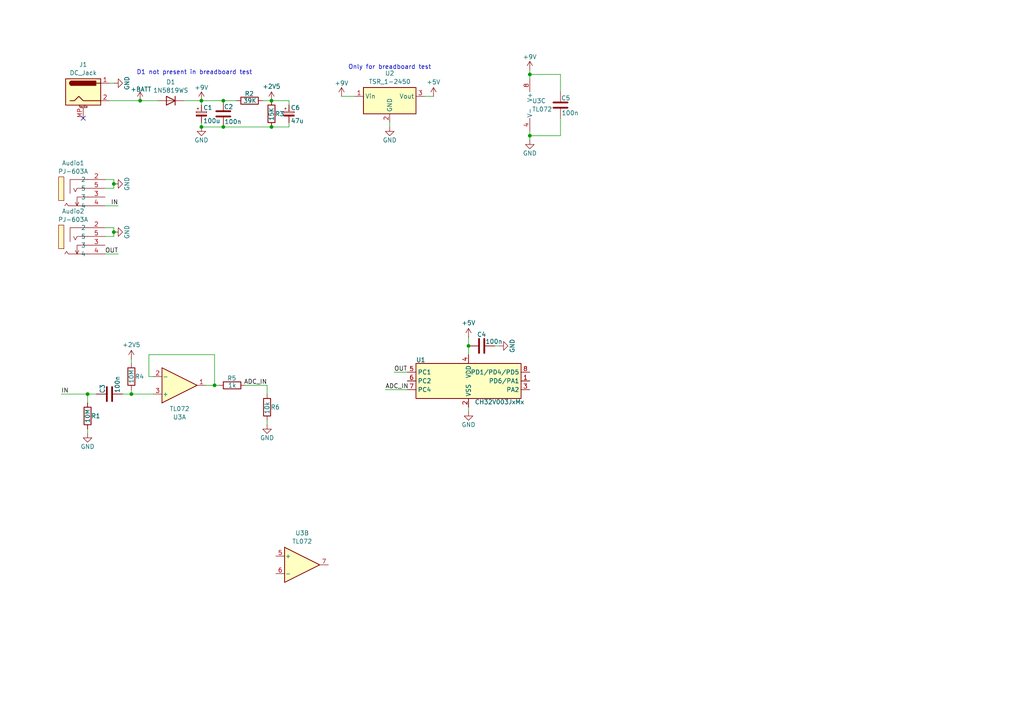
<source format=kicad_sch>
(kicad_sch (version 20231120) (generator "eeschema") (generator_version "8.0")
  (paper "A4")
  (lib_symbols
    (symbol "Amplifier_Operational:TL072" (pin_names (offset 0.127))
      (property "Reference" "U" (at 0 5.08 0))
      (property "Value" "TL072" (at 0 -5.08 0))
      (symbol "TL072_1_1"
        (polyline (pts (xy -5.08 5.08) (xy 5.08 0) (xy -5.08 -5.08) (xy -5.08 5.08)) (stroke (width 0.254)) (fill (type background)))
        (pin output line (at 7.62 0 180) (length 2.54) (name "~") (number "1"))
        (pin input line (at -7.62 -2.54 0) (length 2.54) (name "-") (number "2"))
        (pin input line (at -7.62 2.54 0) (length 2.54) (name "+") (number "3"))
      )
      (symbol "TL072_2_1"
        (polyline (pts (xy -5.08 5.08) (xy 5.08 0) (xy -5.08 -5.08) (xy -5.08 5.08)) (stroke (width 0.254)) (fill (type background)))
        (pin input line (at -7.62 2.54 0) (length 2.54) (name "+") (number "5"))
        (pin input line (at -7.62 -2.54 0) (length 2.54) (name "-") (number "6"))
        (pin output line (at 7.62 0 180) (length 2.54) (name "~") (number "7"))
      )
      (symbol "TL072_3_1"
        (pin power_in line (at -2.54 -7.62 90) (length 3.81) (name "V-") (number "4"))
        (pin power_in line (at -2.54 7.62 270) (length 3.81) (name "V+") (number "8"))
      )
    )
    (symbol "Connector:Barrel_Jack_MountingPin" (pin_names hide)
      (property "Reference" "J" (at 0 5.334 0))
      (property "Value" "Barrel_Jack_MountingPin" (at 1.27 -6.35 0))
      (symbol "Barrel_Jack_MountingPin_0_1"
        (rectangle (start -5.08 3.81) (end 5.08 -3.81) (stroke (width 0.254)) (fill (type background)))
        (arc (start -3.302 3.175) (mid -3.9343 2.54) (end -3.302 1.905) (stroke (width 0.254)))
        (arc (start -3.302 3.175) (mid -3.9343 2.54) (end -3.302 1.905) (stroke (width 0.254)) (fill (type outline)))
        (polyline (pts (xy 5.08 2.54) (xy 3.81 2.54)) (stroke (width 0.254)))
        (polyline (pts (xy -3.81 -2.54) (xy -2.54 -2.54) (xy -1.27 -1.27) (xy 0 -2.54) (xy 2.54 -2.54) (xy 5.08 -2.54)) (stroke (width 0.254)))
        (rectangle (start 3.683 3.175) (end -3.302 1.905) (stroke (width 0.254)) (fill (type outline)))
      )
      (symbol "Barrel_Jack_MountingPin_1_1"
        (polyline (pts (xy -1.016 -4.572) (xy 1.016 -4.572)) (stroke (width 0.1524)))
        (text "Mounting" (at 0 -4.191 0) (effects (font (size 0.381 0.381))))
        (pin passive line (at 7.62 2.54 180) (length 2.54) (name "~") (number "1"))
        (pin passive line (at 7.62 -2.54 180) (length 2.54) (name "~") (number "2"))
        (pin passive line (at 0 -7.62 90) (length 3.048) (name "MountPin") (number "MP"))
      )
    )
    (symbol "Device:C" (pin_numbers hide) (pin_names (offset 0.254))
      (property "Reference" "C" (at 0.635 2.54 0))
      (property "Value" "C" (at 0.635 -2.54 0))
      (symbol "C_0_1"
        (polyline (pts (xy -2.032 -0.762) (xy 2.032 -0.762)) (stroke (width 0.508)))
        (polyline (pts (xy -2.032 0.762) (xy 2.032 0.762)) (stroke (width 0.508)))
      )
      (symbol "C_1_1"
        (pin passive line (at 0 3.81 270) (length 2.794) (name "~") (number "1"))
        (pin passive line (at 0 -3.81 90) (length 2.794) (name "~") (number "2"))
      )
    )
    (symbol "Device:C_Polarized_Small" (pin_numbers hide) (pin_names (offset 0.254) hide)
      (property "Reference" "C" (at 0.254 1.778 0))
      (property "Value" "C_Polarized_Small" (at 0.254 -2.032 0))
      (symbol "C_Polarized_Small_0_1"
        (rectangle (start -1.524 -0.3048) (end 1.524 -0.6858) (fill (type outline)))
        (rectangle (start -1.524 0.6858) (end 1.524 0.3048))
        (polyline (pts (xy -1.27 1.524) (xy -0.762 1.524)))
        (polyline (pts (xy -1.016 1.27) (xy -1.016 1.778)))
      )
      (symbol "C_Polarized_Small_1_1"
        (pin passive line (at 0 2.54 270) (length 1.8542) (name "~") (number "1"))
        (pin passive line (at 0 -2.54 90) (length 1.8542) (name "~") (number "2"))
      )
    )
    (symbol "Device:D" (pin_numbers hide) (pin_names (offset 1.016) hide)
      (property "Reference" "D" (at 0 2.54 0))
      (property "Value" "D" (at 0 -2.54 0))
      (symbol "D_0_1"
        (polyline (pts (xy -1.27 1.27) (xy -1.27 -1.27)) (stroke (width 0.254)))
        (polyline (pts (xy 1.27 0) (xy -1.27 0)))
        (polyline (pts (xy 1.27 1.27) (xy 1.27 -1.27) (xy -1.27 0) (xy 1.27 1.27)) (stroke (width 0.254)))
      )
      (symbol "D_1_1"
        (pin passive line (at -3.81 0 0) (length 2.54) (name "K") (number "1"))
        (pin passive line (at 3.81 0 180) (length 2.54) (name "A") (number "2"))
      )
    )
    (symbol "Device:R" (pin_numbers hide) (pin_names (offset 0))
      (property "Reference" "R" (at 2.032 0 90))
      (property "Value" "R" (at 0 0 90))
      (symbol "R_0_1"
        (rectangle (start -1.016 -2.54) (end 1.016 2.54) (stroke (width 0.254)))
      )
      (symbol "R_1_1"
        (pin passive line (at 0 3.81 270) (length 1.27) (name "~") (number "1"))
        (pin passive line (at 0 -3.81 90) (length 1.27) (name "~") (number "2"))
      )
    )
    (symbol "MCU_WCH_CH32V0:CH32V003JxMx"
      (property "Reference" "U" (at -15.24 7.62 0))
      (property "Value" "CH32V003JxMx" (at 15.24 7.62 0))
      (symbol "CH32V003JxMx_1_1"
        (rectangle (start -15.24 5.08) (end 15.24 -5.08) (stroke (width 0.254)) (fill (type background)))
        (pin bidirectional line (at 17.78 0 180) (length 2.54) (name "PD6/PA1") (number "1"))
        (pin power_in line (at 0 -7.62 90) (length 2.54) (name "VSS") (number "2"))
        (pin bidirectional line (at 17.78 -2.54 180) (length 2.54) (name "PA2") (number "3"))
        (pin power_in line (at 0 7.62 270) (length 2.54) (name "VDD") (number "4"))
        (pin bidirectional line (at -17.78 2.54 0) (length 2.54) (name "PC1") (number "5"))
        (pin bidirectional line (at -17.78 0 0) (length 2.54) (name "PC2") (number "6"))
        (pin bidirectional line (at -17.78 -2.54 0) (length 2.54) (name "PC4") (number "7"))
        (pin bidirectional line (at 17.78 2.54 180) (length 2.54) (name "PD1/PD4/PD5") (number "8"))
      )
    )
    (symbol "Regulator_Switching:TSR_1-2450"
      (property "Reference" "U" (at -7.62 6.35 0))
      (property "Value" "TSR_1-2450" (at -1.27 6.35 0))
      (symbol "TSR_1-2450_0_1"
        (rectangle (start -7.62 5.08) (end 7.62 -2.54) (stroke (width 0.254)) (fill (type background)))
      )
      (symbol "TSR_1-2450_1_1"
        (pin power_in line (at -10.16 2.54 0) (length 2.54) (name "Vin") (number "1"))
        (pin power_in line (at 0 -5.08 90) (length 2.54) (name "GND") (number "2"))
        (pin power_out line (at 10.16 2.54 180) (length 2.54) (name "Vout") (number "3"))
      )
    )
    (symbol "easyeda2kicad:PJ-603A"
      (property "Reference" "Audio" (at 0 7.62 0))
      (property "Value" "PJ-603A" (at 0 -10.16 0))
      (symbol "PJ-603A_0_1"
        (rectangle (start -5.84 3.3) (end -4.32 -3.56) (fill (type background)))
        (polyline (pts (xy -3.56 -1.52)) (fill (type background)))
        (polyline (pts (xy 2.54 2.54) (xy -2.54 2.54) (xy -2.54 -1.52)))
        (polyline (pts (xy 0 -4.06) (xy 0 -4.06) (xy -0.51 -5.08) (xy -1.02 -4.06)))
        (polyline (pts (xy 2.54 -5.08) (xy -3.05 -5.08) (xy -3.56 -4.32) (xy -4.06 -5.08)))
        (polyline (pts (xy 2.54 -2.54) (xy -0.51 -2.54) (xy -0.51 -2.54) (xy -0.51 -5.08)))
        (polyline (pts (xy 2.54 0) (xy -0.51 0) (xy -1.02 -1.02) (xy -1.52 0)))
        (pin unspecified line (at 7.62 2.54 180) (length 5.08) (name "2") (number "2"))
        (pin unspecified line (at 7.62 -2.54 180) (length 5.08) (name "3") (number "3"))
        (pin unspecified line (at 7.62 -5.08 180) (length 5.08) (name "4") (number "4"))
        (pin unspecified line (at 7.62 0 180) (length 5.08) (name "5") (number "5"))
      )
    )
    (symbol "power:+2V5" (power) (pin_numbers hide) (pin_names (offset 0) hide)
      (property "Value" "+2V5" (at 0 3.556 0))
      (symbol "+2V5_0_1"
        (polyline (pts (xy -0.762 1.27) (xy 0 2.54)))
        (polyline (pts (xy 0 0) (xy 0 2.54)))
        (polyline (pts (xy 0 2.54) (xy 0.762 1.27)))
      )
      (symbol "+2V5_1_1"
        (pin power_in line (at 0 0 90) (length 0) (name "~") (number "1"))
      )
    )
    (symbol "power:+5V" (power) (pin_numbers hide) (pin_names (offset 0) hide)
      (property "Value" "+5V" (at 0 3.556 0))
      (symbol "+5V_0_1"
        (polyline (pts (xy -0.762 1.27) (xy 0 2.54)))
        (polyline (pts (xy 0 0) (xy 0 2.54)))
        (polyline (pts (xy 0 2.54) (xy 0.762 1.27)))
      )
      (symbol "+5V_1_1"
        (pin power_in line (at 0 0 90) (length 0) (name "~") (number "1"))
      )
    )
    (symbol "power:+9V" (power) (pin_names (offset 0))
      (property "Value" "+9V" (at 0 3.556 0))
      (symbol "+9V_0_1"
        (polyline (pts (xy -0.762 1.27) (xy 0 2.54)))
        (polyline (pts (xy 0 0) (xy 0 2.54)))
        (polyline (pts (xy 0 2.54) (xy 0.762 1.27)))
      )
      (symbol "+9V_1_1"
        (pin power_in line (at 0 0 90) (length 0) hide (name "+9V") (number "1"))
      )
    )
    (symbol "power:+BATT" (power) (pin_names (offset 0))
      (property "Value" "+BATT" (at 0 3.556 0))
      (symbol "+BATT_0_1"
        (polyline (pts (xy -0.762 1.27) (xy 0 2.54)))
        (polyline (pts (xy 0 0) (xy 0 2.54)))
        (polyline (pts (xy 0 2.54) (xy 0.762 1.27)))
      )
      (symbol "+BATT_1_1"
        (pin power_in line (at 0 0 90) (length 0) hide (name "+BATT") (number "1"))
      )
    )
    (symbol "power:GND" (power) (pin_names (offset 0))
      (property "Value" "GND" (at 0 -3.81 0))
      (symbol "GND_0_1"
        (polyline (pts (xy 0 0) (xy 0 -1.27) (xy 1.27 -1.27) (xy 0 -2.54) (xy -1.27 -1.27) (xy 0 -1.27)))
      )
      (symbol "GND_1_1"
        (pin power_in line (at 0 0 270) (length 0) hide (name "GND") (number "1"))
      )
    )
  )
  (junction (at 38.1 114.3))
  (junction (at 62.23 111.76))
  (junction (at 78.74 29.21))
  (junction (at 33.02 67.31))
  (junction (at 153.67 39.37))
  (junction (at 58.42 29.21))
  (junction (at 40.64 29.21))
  (junction (at 64.77 36.83))
  (junction (at 135.89 100.33))
  (junction (at 78.74 36.83))
  (junction (at 58.42 36.83))
  (junction (at 64.77 29.21))
  (junction (at 33.02 53.34))
  (junction (at 153.67 21.59))
  (junction (at 25.4 114.3))
  (no_connect (at 24.13 34.29))
  (wire (pts (xy 30.48 54.61) (xy 33.02 54.61)))
  (wire (pts (xy 153.67 21.59) (xy 153.67 22.86)))
  (wire (pts (xy 111.76 113.03) (xy 118.11 113.03)))
  (wire (pts (xy 77.47 111.76) (xy 77.47 114.3)))
  (wire (pts (xy 62.23 111.76) (xy 63.5 111.76)))
  (wire (pts (xy 58.42 36.83) (xy 64.77 36.83)))
  (wire (pts (xy 17.78 114.3) (xy 25.4 114.3)))
  (wire (pts (xy 135.89 119.38) (xy 135.89 118.11)))
  (wire (pts (xy 33.02 54.61) (xy 33.02 53.34)))
  (wire (pts (xy 153.67 39.37) (xy 153.67 40.64)))
  (wire (pts (xy 62.23 102.87) (xy 62.23 111.76)))
  (wire (pts (xy 25.4 114.3) (xy 27.94 114.3)))
  (wire (pts (xy 113.03 36.83) (xy 113.03 35.56)))
  (wire (pts (xy 30.48 73.66) (xy 34.29 73.66)))
  (wire (pts (xy 38.1 113.03) (xy 38.1 114.3)))
  (wire (pts (xy 78.74 36.83) (xy 83.82 36.83)))
  (wire (pts (xy 44.45 109.22) (xy 43.18 109.22)))
  (wire (pts (xy 33.02 52.07) (xy 33.02 53.34)))
  (wire (pts (xy 78.74 29.21) (xy 83.82 29.21)))
  (wire (pts (xy 144.78 100.33) (xy 143.51 100.33)))
  (wire (pts (xy 53.34 29.21) (xy 58.42 29.21)))
  (wire (pts (xy 38.1 114.3) (xy 44.45 114.3)))
  (wire (pts (xy 40.64 29.21) (xy 45.72 29.21)))
  (wire (pts (xy 25.4 114.3) (xy 25.4 116.84)))
  (wire (pts (xy 30.48 66.04) (xy 33.02 66.04)))
  (wire (pts (xy 43.18 109.22) (xy 43.18 102.87)))
  (wire (pts (xy 30.48 68.58) (xy 33.02 68.58)))
  (wire (pts (xy 43.18 102.87) (xy 62.23 102.87)))
  (wire (pts (xy 162.56 26.67) (xy 162.56 21.59)))
  (wire (pts (xy 125.73 27.94) (xy 123.19 27.94)))
  (wire (pts (xy 153.67 20.32) (xy 153.67 21.59)))
  (wire (pts (xy 59.69 111.76) (xy 62.23 111.76)))
  (wire (pts (xy 30.48 59.69) (xy 34.29 59.69)))
  (wire (pts (xy 33.02 66.04) (xy 33.02 67.31)))
  (wire (pts (xy 40.64 29.21) (xy 31.75 29.21)))
  (wire (pts (xy 25.4 124.46) (xy 25.4 125.73)))
  (wire (pts (xy 58.42 30.48) (xy 58.42 29.21)))
  (wire (pts (xy 64.77 36.83) (xy 78.74 36.83)))
  (wire (pts (xy 76.2 29.21) (xy 78.74 29.21)))
  (wire (pts (xy 38.1 114.3) (xy 35.56 114.3)))
  (wire (pts (xy 162.56 34.29) (xy 162.56 39.37)))
  (wire (pts (xy 135.89 100.33) (xy 135.89 102.87)))
  (wire (pts (xy 58.42 35.56) (xy 58.42 36.83)))
  (wire (pts (xy 33.02 68.58) (xy 33.02 67.31)))
  (wire (pts (xy 162.56 21.59) (xy 153.67 21.59)))
  (wire (pts (xy 38.1 104.14) (xy 38.1 105.41)))
  (wire (pts (xy 77.47 121.92) (xy 77.47 123.19)))
  (wire (pts (xy 83.82 30.48) (xy 83.82 29.21)))
  (wire (pts (xy 83.82 35.56) (xy 83.82 36.83)))
  (wire (pts (xy 71.12 111.76) (xy 77.47 111.76)))
  (wire (pts (xy 30.48 52.07) (xy 33.02 52.07)))
  (wire (pts (xy 153.67 39.37) (xy 162.56 39.37)))
  (wire (pts (xy 58.42 29.21) (xy 64.77 29.21)))
  (wire (pts (xy 135.89 97.79) (xy 135.89 100.33)))
  (wire (pts (xy 99.06 27.94) (xy 102.87 27.94)))
  (wire (pts (xy 64.77 29.21) (xy 68.58 29.21)))
  (wire (pts (xy 114.3 107.95) (xy 118.11 107.95)))
  (wire (pts (xy 153.67 38.1) (xy 153.67 39.37)))
  (wire (pts (xy 31.75 24.13) (xy 33.02 24.13)))
  (text "D1 not present in breadboard test" (at 56.388 21.082 0) (effects (font (size 1.27 1.27))))
  (text "Only for breadboard test" (at 113.03 19.558 0) (effects (font (size 1.27 1.27))))
  (label "ADC_IN" (at 77.47 111.76 180))
  (label "OUT" (at 114.3 107.95 0))
  (label "ADC_IN" (at 111.76 113.03 0))
  (label "OUT" (at 34.29 73.66 180))
  (label "IN" (at 34.29 59.69 180))
  (label "IN" (at 17.78 114.3 0))
  (symbol (lib_id "easyeda2kicad:PJ-603A") (at 22.86 68.58 0) (unit 1)
    (property "Reference" "Audio2" (at 21.21 61.2625 0))
    (property "Value" "PJ-603A" (at 21.21 63.6868 0))
    (property "Footprint" "AREA_lib_composant:AUDIO-TH_PJ-603A_1" (effects (hide yes)))
    (property "Datasheet" "https://lcsc.com/product-detail/Others_HOOYA-PJ-603A_C309273.html" (effects (hide yes)))
    (property "LCSC Part" "C309273" (effects (hide yes)))
  )
  (symbol (lib_id "power:+2V5") (at 78.74 29.21 0) (unit 1)
    (property "Reference" "#PWR015" (effects (hide yes)))
    (property "Value" "+2V5" (at 78.74 25.0769 0))
    (property "Description" "Power symbol creates a global label with name \"+2V5\"" (effects (hide yes)))
  )
  (symbol (lib_id "power:GND") (at 113.03 36.83 0) (unit 1)
    (property "Reference" "#PWR07" (effects (hide yes)))
    (property "Value" "GND" (at 113.03 40.64 0))
  )
  (symbol (lib_id "power:+5V") (at 125.73 27.94 0) (unit 1)
    (property "Reference" "#PWR06" (effects (hide yes)))
    (property "Value" "+5V" (at 125.73 23.8069 0))
    (property "Description" "Power symbol creates a global label with name \"+5V\"" (effects (hide yes)))
  )
  (symbol (lib_id "power:+5V") (at 135.89 97.79 0) (unit 1)
    (property "Reference" "#PWR08" (effects (hide yes)))
    (property "Value" "+5V" (at 135.89 93.6569 0))
    (property "Description" "Power symbol creates a global label with name \"+5V\"" (effects (hide yes)))
  )
  (symbol (lib_id "Amplifier_Operational:TL072") (at 156.21 30.48 0) (unit 3)
    (property "Reference" "U3" (at 154.305 29.2678 0) (effects (justify left)))
    (property "Value" "TL072" (at 154.305 31.6921 0) (effects (justify left)))
    (property "Datasheet" "http://www.ti.com/lit/ds/symlink/tl071.pdf" (effects (hide yes)))
    (property "Description" "Dual Low-Noise JFET-Input Operational Amplifiers, DIP-8/SOIC-8" (effects (hide yes)))
  )
  (symbol (lib_id "Regulator_Switching:TSR_1-2450") (at 113.03 30.48 0) (unit 1)
    (property "Reference" "U2" (at 113.03 21.2555 0))
    (property "Value" "TSR_1-2450" (at 113.03 23.6798 0))
    (property "Footprint" "Converter_DCDC:Converter_DCDC_TRACO_TSR-1_THT" (effects (hide yes)))
    (property "Datasheet" "http://www.tracopower.com/products/tsr1.pdf" (effects (hide yes)))
    (property "Description" "1A step-down regulator module, fixed 5V output voltage, 5-36V input voltage, -40°C to +85°C temperature range, TO-220 compatible LM78xx replacement" (effects (hide yes)))
  )
  (symbol (lib_id "Device:R") (at 67.31 111.76 90) (unit 1)
    (property "Reference" "R5" (at 68.58 109.728 90) (effects (justify left)))
    (property "Value" "1k" (at 68.58 111.76 90) (effects (justify left)))
    (property "Description" "Resistor" (effects (hide yes)))
  )
  (symbol (lib_id "power:GND") (at 58.42 36.83 0) (unit 1)
    (property "Reference" "#PWR04" (effects (hide yes)))
    (property "Value" "GND" (at 58.42 40.64 0))
  )
  (symbol (lib_id "Device:C") (at 64.77 33.02 0) (unit 1)
    (property "Reference" "C2" (at 66.294 30.988 0))
    (property "Value" "100n" (at 67.564 35.306 0))
    (property "Footprint" "Capacitor_SMD:C_0603_1608Metric" (effects (hide yes)))
  )
  (symbol (lib_id "Device:R") (at 25.4 120.65 0) (unit 1)
    (property "Reference" "R1" (at 26.416 120.65 0) (effects (justify left)))
    (property "Value" "10M" (at 25.4 122.682 90) (effects (justify left)))
    (property "Description" "Resistor" (effects (hide yes)))
  )
  (symbol (lib_id "Device:C") (at 139.7 100.33 90) (unit 1)
    (property "Reference" "C4" (at 139.7 97.028 90))
    (property "Value" "100n" (at 143.256 99.06 90))
    (property "Footprint" "Capacitor_SMD:C_0603_1608Metric" (effects (hide yes)))
  )
  (symbol (lib_id "power:GND") (at 33.02 53.34 90) (mirror x) (unit 1)
    (property "Reference" "#PWR011" (effects (hide yes)))
    (property "Value" "GND" (at 36.83 53.34 0))
  )
  (symbol (lib_id "power:GND") (at 144.78 100.33 90) (unit 1)
    (property "Reference" "#PWR010" (effects (hide yes)))
    (property "Value" "GND" (at 148.59 100.33 0))
  )
  (symbol (lib_id "Device:D") (at 49.53 29.21 180) (unit 1)
    (property "Reference" "D1" (at 49.53 23.7955 0))
    (property "Value" "1N5819WS" (at 49.53 26.2198 0))
    (property "Footprint" "Diode_SMD:D_SOD-323" (effects (hide yes)))
  )
  (symbol (lib_id "power:GND") (at 25.4 125.73 0) (mirror y) (unit 1)
    (property "Reference" "#PWR017" (effects (hide yes)))
    (property "Value" "GND" (at 25.4 129.54 0))
  )
  (symbol (lib_id "power:+9V") (at 153.67 20.32 0) (unit 1)
    (property "Reference" "#PWR013" (effects (hide yes)))
    (property "Value" "+9V" (at 153.67 16.51 0))
  )
  (symbol (lib_id "power:+9V") (at 58.42 29.21 0) (unit 1)
    (property "Reference" "#PWR03" (effects (hide yes)))
    (property "Value" "+9V" (at 58.42 25.4 0))
  )
  (symbol (lib_id "Device:R") (at 38.1 109.22 0) (unit 1)
    (property "Reference" "R4" (at 39.116 109.22 0) (effects (justify left)))
    (property "Value" "10M" (at 38.1 111.252 90) (effects (justify left)))
    (property "Description" "Resistor" (effects (hide yes)))
  )
  (symbol (lib_id "power:+9V") (at 99.06 27.94 0) (unit 1)
    (property "Reference" "#PWR05" (effects (hide yes)))
    (property "Value" "+9V" (at 99.06 24.13 0))
  )
  (symbol (lib_id "Amplifier_Operational:TL072") (at 87.63 163.83 0) (unit 2)
    (property "Reference" "U3" (at 87.63 154.6055 0))
    (property "Value" "TL072" (at 87.63 157.0298 0))
    (property "Datasheet" "http://www.ti.com/lit/ds/symlink/tl071.pdf" (effects (hide yes)))
    (property "Description" "Dual Low-Noise JFET-Input Operational Amplifiers, DIP-8/SOIC-8" (effects (hide yes)))
  )
  (symbol (lib_id "Device:R") (at 77.47 118.11 0) (unit 1)
    (property "Reference" "R6" (at 78.486 118.11 0) (effects (justify left)))
    (property "Value" "10k" (at 77.47 120.142 90) (effects (justify left)))
    (property "Description" "Resistor" (effects (hide yes)))
  )
  (symbol (lib_id "MCU_WCH_CH32V0:CH32V003JxMx") (at 135.89 110.49 0) (unit 1)
    (property "Reference" "U1" (at 120.65 104.394 0) (effects (justify left)))
    (property "Value" "CH32V003JxMx" (at 137.668 116.586 0) (effects (justify left)))
    (property "Footprint" "Package_SO:SOP-8_3.9x4.9mm_P1.27mm" (effects (hide yes)))
    (property "Datasheet" "https://www.wch-ic.com/products/CH32V003.html" (effects (hide yes)))
    (property "Description" "CH32V003 series are industrial-grade general-purpose microcontrollers designed based on 32-bit RISC-V instruction set and architecture. It adopts QingKe V2A core, RV32EC instruction set, and supports 2 levels of interrupt nesting. The series are mounted with rich peripheral interfaces and function modules. Its internal organizational structure meets the low-cost and low-power embedded application scenarios." (effects (hide yes)))
  )
  (symbol (lib_id "power:+2V5") (at 38.1 104.14 0) (unit 1)
    (property "Reference" "#PWR016" (effects (hide yes)))
    (property "Value" "+2V5" (at 38.1 100.0069 0))
    (property "Description" "Power symbol creates a global label with name \"+2V5\"" (effects (hide yes)))
  )
  (symbol (lib_id "power:GND") (at 153.67 40.64 0) (unit 1)
    (property "Reference" "#PWR014" (effects (hide yes)))
    (property "Value" "GND" (at 153.67 44.45 0))
  )
  (symbol (lib_id "easyeda2kicad:PJ-603A") (at 22.86 54.61 0) (unit 1)
    (property "Reference" "Audio1" (at 21.21 47.2925 0))
    (property "Value" "PJ-603A" (at 21.21 49.7168 0))
    (property "Footprint" "AREA_lib_composant:AUDIO-TH_PJ-603A_1" (effects (hide yes)))
    (property "Datasheet" "https://lcsc.com/product-detail/Others_HOOYA-PJ-603A_C309273.html" (effects (hide yes)))
    (property "LCSC Part" "C309273" (effects (hide yes)))
  )
  (symbol (lib_id "Connector:Barrel_Jack_MountingPin") (at 24.13 26.67 0) (unit 1)
    (property "Reference" "J1" (at 24.13 18.7155 0))
    (property "Value" "DC_Jack" (at 24.13 21.1398 0))
    (property "Footprint" "Connector_BarrelJack:BarrelJack_Horizontal" (effects (hide yes)))
    (property "Description" "DC Barrel Jack with a mounting pin" (effects (hide yes)))
  )
  (symbol (lib_id "Device:C") (at 162.56 30.48 0) (unit 1)
    (property "Reference" "C5" (at 164.084 28.448 0))
    (property "Value" "100n" (at 165.354 32.766 0))
    (property "Footprint" "Capacitor_SMD:C_0603_1608Metric" (effects (hide yes)))
  )
  (symbol (lib_id "Device:C_Polarized_Small") (at 83.82 33.02 0) (unit 1)
    (property "Reference" "C6" (at 84.328 31.242 0) (effects (justify left)))
    (property "Value" "47u" (at 84.328 35.052 0) (effects (justify left)))
    (property "Footprint" "Capacitor_SMD:CP_Elec_6.3x5.4" (effects (hide yes)))
  )
  (symbol (lib_id "Device:C_Polarized_Small") (at 58.42 33.02 0) (unit 1)
    (property "Reference" "C1" (at 58.928 31.242 0) (effects (justify left)))
    (property "Value" "100u" (at 58.928 35.052 0) (effects (justify left)))
    (property "Footprint" "Capacitor_SMD:CP_Elec_6.3x7.7" (effects (hide yes)))
  )
  (symbol (lib_id "power:+BATT") (at 40.64 29.21 0) (unit 1)
    (property "Reference" "#PWR02" (effects (hide yes)))
    (property "Value" "+BATT" (at 40.894 25.908 0))
  )
  (symbol (lib_id "power:GND") (at 135.89 119.38 0) (unit 1)
    (property "Reference" "#PWR09" (effects (hide yes)))
    (property "Value" "GND" (at 135.89 123.19 0))
  )
  (symbol (lib_id "Device:C") (at 31.75 114.3 90) (unit 1)
    (property "Reference" "C3" (at 29.718 112.776 0))
    (property "Value" "100n" (at 34.036 111.506 0))
    (property "Footprint" "Capacitor_SMD:C_0603_1608Metric" (effects (hide yes)))
  )
  (symbol (lib_id "power:GND") (at 33.02 67.31 90) (mirror x) (unit 1)
    (property "Reference" "#PWR012" (effects (hide yes)))
    (property "Value" "GND" (at 36.83 67.31 0))
  )
  (symbol (lib_id "Device:R") (at 72.39 29.21 90) (unit 1)
    (property "Reference" "R2" (at 73.66 27.178 90) (effects (justify left)))
    (property "Value" "39K" (at 74.422 29.21 90) (effects (justify left)))
    (property "Description" "Resistor" (effects (hide yes)))
  )
  (symbol (lib_id "Device:R") (at 78.74 33.02 0) (unit 1)
    (property "Reference" "R3" (at 79.756 33.02 0) (effects (justify left)))
    (property "Value" "15K" (at 78.74 35.052 90) (effects (justify left)))
    (property "Description" "Resistor" (effects (hide yes)))
  )
  (symbol (lib_id "Amplifier_Operational:TL072") (at 52.07 111.76 0) (mirror x) (unit 1)
    (property "Reference" "U3" (at 52.07 120.9845 0))
    (property "Value" "TL072" (at 52.07 118.5602 0))
    (property "Datasheet" "http://www.ti.com/lit/ds/symlink/tl071.pdf" (effects (hide yes)))
    (property "Description" "Dual Low-Noise JFET-Input Operational Amplifiers, DIP-8/SOIC-8" (effects (hide yes)))
  )
  (symbol (lib_id "power:GND") (at 77.47 123.19 0) (mirror y) (unit 1)
    (property "Reference" "#PWR018" (effects (hide yes)))
    (property "Value" "GND" (at 77.47 127 0))
  )
  (symbol (lib_id "power:GND") (at 33.02 24.13 90) (unit 1)
    (property "Reference" "#PWR01" (effects (hide yes)))
    (property "Value" "GND" (at 36.83 24.13 0))
  )
)
</source>
